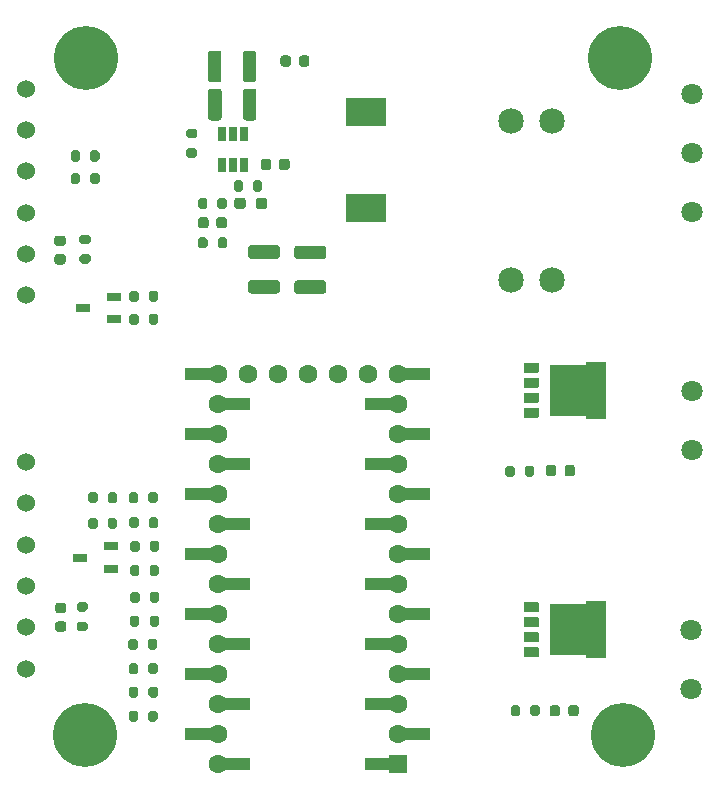
<source format=gbr>
%TF.GenerationSoftware,KiCad,Pcbnew,(5.1.9)-1*%
%TF.CreationDate,2021-12-25T23:37:10-05:00*%
%TF.ProjectId,4runner-seat-heat,3472756e-6e65-4722-9d73-6561742d6865,rev?*%
%TF.SameCoordinates,Original*%
%TF.FileFunction,Soldermask,Top*%
%TF.FilePolarity,Negative*%
%FSLAX46Y46*%
G04 Gerber Fmt 4.6, Leading zero omitted, Abs format (unit mm)*
G04 Created by KiCad (PCBNEW (5.1.9)-1) date 2021-12-25 23:37:10*
%MOMM*%
%LPD*%
G01*
G04 APERTURE LIST*
%ADD10R,2.286000X1.016000*%
%ADD11C,1.600000*%
%ADD12R,1.600000X1.600000*%
%ADD13C,1.800000*%
%ADD14C,5.410200*%
%ADD15C,2.159000*%
%ADD16C,1.524000*%
%ADD17R,0.650000X1.220000*%
%ADD18C,0.100000*%
%ADD19R,1.220000X0.650000*%
%ADD20R,3.400000X2.400000*%
G04 APERTURE END LIST*
D10*
%TO.C,U2*%
X41088900Y-31105000D03*
X37788900Y-33655000D03*
X37788900Y-53975000D03*
X41088900Y-36185000D03*
X37788900Y-64135000D03*
X37788900Y-48895000D03*
X41088900Y-61585000D03*
X41088900Y-51425000D03*
X41088900Y-41265000D03*
X37788900Y-38735000D03*
X37788900Y-43815000D03*
X37788900Y-59055000D03*
X41088900Y-46345000D03*
X41088900Y-56505000D03*
X25888900Y-33665000D03*
X25888900Y-38745000D03*
X25888900Y-43825000D03*
X25888900Y-48905000D03*
X25888900Y-53985000D03*
X25888900Y-59065000D03*
X22588900Y-31135000D03*
X22588900Y-36215000D03*
X22588900Y-41295000D03*
X22588900Y-46375000D03*
X22588900Y-51455000D03*
X22588900Y-56535000D03*
X22588900Y-61615000D03*
X25888900Y-64145000D03*
D11*
X31838900Y-31115000D03*
X29298900Y-31115000D03*
X26758900Y-31115000D03*
X24218900Y-31115000D03*
X34378900Y-31115000D03*
X36918900Y-31115000D03*
X39458900Y-31115000D03*
X24218900Y-33655000D03*
X24218900Y-36195000D03*
X24218900Y-38735000D03*
X24218900Y-41275000D03*
X24218900Y-43815000D03*
X24218900Y-46355000D03*
X24218900Y-48895000D03*
X24218900Y-51435000D03*
X24218900Y-53975000D03*
X24218900Y-56515000D03*
X24218900Y-59055000D03*
X24218900Y-61595000D03*
X24218900Y-64135000D03*
X39458900Y-33655000D03*
X39458900Y-36195000D03*
X39458900Y-38735000D03*
X39458900Y-41275000D03*
X39458900Y-43815000D03*
X39458900Y-46355000D03*
X39458900Y-48895000D03*
X39458900Y-51435000D03*
X39458900Y-53975000D03*
X39458900Y-56515000D03*
X39458900Y-59055000D03*
X39458900Y-61595000D03*
D12*
X39458900Y-64135000D03*
%TD*%
D13*
%TO.C,J10*%
X64338200Y-7449800D03*
X64338200Y-12449800D03*
X64338200Y-17449800D03*
%TD*%
%TO.C,Left-Heater*%
X64312800Y-52785000D03*
X64312800Y-57785000D03*
%TD*%
%TO.C,Right-Heater*%
X64338200Y-32592000D03*
X64338200Y-37592000D03*
%TD*%
D14*
%TO.C,REF\u002A\u002A*%
X58318400Y-4368800D03*
%TD*%
%TO.C,REF\u002A\u002A*%
X13030200Y-4368800D03*
%TD*%
%TO.C,REF\u002A\u002A*%
X58496200Y-61747400D03*
%TD*%
%TO.C,REF\u002A\u002A*%
X13004800Y-61747400D03*
%TD*%
%TO.C,C7*%
G36*
G01*
X28758000Y-13148500D02*
X28758000Y-13648500D01*
G75*
G02*
X28533000Y-13873500I-225000J0D01*
G01*
X28083000Y-13873500D01*
G75*
G02*
X27858000Y-13648500I0J225000D01*
G01*
X27858000Y-13148500D01*
G75*
G02*
X28083000Y-12923500I225000J0D01*
G01*
X28533000Y-12923500D01*
G75*
G02*
X28758000Y-13148500I0J-225000D01*
G01*
G37*
G36*
G01*
X30308000Y-13148500D02*
X30308000Y-13648500D01*
G75*
G02*
X30083000Y-13873500I-225000J0D01*
G01*
X29633000Y-13873500D01*
G75*
G02*
X29408000Y-13648500I0J225000D01*
G01*
X29408000Y-13148500D01*
G75*
G02*
X29633000Y-12923500I225000J0D01*
G01*
X30083000Y-12923500D01*
G75*
G02*
X30308000Y-13148500I0J-225000D01*
G01*
G37*
%TD*%
%TO.C,C8*%
G36*
G01*
X33154801Y-24363900D02*
X30954799Y-24363900D01*
G75*
G02*
X30704800Y-24113901I0J249999D01*
G01*
X30704800Y-23463899D01*
G75*
G02*
X30954799Y-23213900I249999J0D01*
G01*
X33154801Y-23213900D01*
G75*
G02*
X33404800Y-23463899I0J-249999D01*
G01*
X33404800Y-24113901D01*
G75*
G02*
X33154801Y-24363900I-249999J0D01*
G01*
G37*
G36*
G01*
X33154801Y-21413900D02*
X30954799Y-21413900D01*
G75*
G02*
X30704800Y-21163901I0J249999D01*
G01*
X30704800Y-20513899D01*
G75*
G02*
X30954799Y-20263900I249999J0D01*
G01*
X33154801Y-20263900D01*
G75*
G02*
X33404800Y-20513899I0J-249999D01*
G01*
X33404800Y-21163901D01*
G75*
G02*
X33154801Y-21413900I-249999J0D01*
G01*
G37*
%TD*%
%TO.C,C9*%
G36*
G01*
X29243201Y-21388500D02*
X27043199Y-21388500D01*
G75*
G02*
X26793200Y-21138501I0J249999D01*
G01*
X26793200Y-20488499D01*
G75*
G02*
X27043199Y-20238500I249999J0D01*
G01*
X29243201Y-20238500D01*
G75*
G02*
X29493200Y-20488499I0J-249999D01*
G01*
X29493200Y-21138501D01*
G75*
G02*
X29243201Y-21388500I-249999J0D01*
G01*
G37*
G36*
G01*
X29243201Y-24338500D02*
X27043199Y-24338500D01*
G75*
G02*
X26793200Y-24088501I0J249999D01*
G01*
X26793200Y-23438499D01*
G75*
G02*
X27043199Y-23188500I249999J0D01*
G01*
X29243201Y-23188500D01*
G75*
G02*
X29493200Y-23438499I0J-249999D01*
G01*
X29493200Y-24088501D01*
G75*
G02*
X29243201Y-24338500I-249999J0D01*
G01*
G37*
%TD*%
%TO.C,C10*%
G36*
G01*
X23400800Y-9431201D02*
X23400800Y-7231199D01*
G75*
G02*
X23650799Y-6981200I249999J0D01*
G01*
X24300801Y-6981200D01*
G75*
G02*
X24550800Y-7231199I0J-249999D01*
G01*
X24550800Y-9431201D01*
G75*
G02*
X24300801Y-9681200I-249999J0D01*
G01*
X23650799Y-9681200D01*
G75*
G02*
X23400800Y-9431201I0J249999D01*
G01*
G37*
G36*
G01*
X26350800Y-9431201D02*
X26350800Y-7231199D01*
G75*
G02*
X26600799Y-6981200I249999J0D01*
G01*
X27250801Y-6981200D01*
G75*
G02*
X27500800Y-7231199I0J-249999D01*
G01*
X27500800Y-9431201D01*
G75*
G02*
X27250801Y-9681200I-249999J0D01*
G01*
X26600799Y-9681200D01*
G75*
G02*
X26350800Y-9431201I0J249999D01*
G01*
G37*
%TD*%
%TO.C,C6*%
G36*
G01*
X26338100Y-6205401D02*
X26338100Y-4005399D01*
G75*
G02*
X26588099Y-3755400I249999J0D01*
G01*
X27238101Y-3755400D01*
G75*
G02*
X27488100Y-4005399I0J-249999D01*
G01*
X27488100Y-6205401D01*
G75*
G02*
X27238101Y-6455400I-249999J0D01*
G01*
X26588099Y-6455400D01*
G75*
G02*
X26338100Y-6205401I0J249999D01*
G01*
G37*
G36*
G01*
X23388100Y-6205401D02*
X23388100Y-4005399D01*
G75*
G02*
X23638099Y-3755400I249999J0D01*
G01*
X24288101Y-3755400D01*
G75*
G02*
X24538100Y-4005399I0J-249999D01*
G01*
X24538100Y-6205401D01*
G75*
G02*
X24288101Y-6455400I-249999J0D01*
G01*
X23638099Y-6455400D01*
G75*
G02*
X23388100Y-6205401I0J249999D01*
G01*
G37*
%TD*%
%TO.C,C12*%
G36*
G01*
X24999400Y-18088800D02*
X24999400Y-18588800D01*
G75*
G02*
X24774400Y-18813800I-225000J0D01*
G01*
X24324400Y-18813800D01*
G75*
G02*
X24099400Y-18588800I0J225000D01*
G01*
X24099400Y-18088800D01*
G75*
G02*
X24324400Y-17863800I225000J0D01*
G01*
X24774400Y-17863800D01*
G75*
G02*
X24999400Y-18088800I0J-225000D01*
G01*
G37*
G36*
G01*
X23449400Y-18088800D02*
X23449400Y-18588800D01*
G75*
G02*
X23224400Y-18813800I-225000J0D01*
G01*
X22774400Y-18813800D01*
G75*
G02*
X22549400Y-18588800I0J225000D01*
G01*
X22549400Y-18088800D01*
G75*
G02*
X22774400Y-17863800I225000J0D01*
G01*
X23224400Y-17863800D01*
G75*
G02*
X23449400Y-18088800I0J-225000D01*
G01*
G37*
%TD*%
D15*
%TO.C,F1*%
X52489100Y-9690100D03*
X52489100Y-23152100D03*
X49085500Y-9690100D03*
X49085500Y-23152100D03*
%TD*%
%TO.C,F2*%
G36*
G01*
X29534400Y-4904450D02*
X29534400Y-4391950D01*
G75*
G02*
X29753150Y-4173200I218750J0D01*
G01*
X30190650Y-4173200D01*
G75*
G02*
X30409400Y-4391950I0J-218750D01*
G01*
X30409400Y-4904450D01*
G75*
G02*
X30190650Y-5123200I-218750J0D01*
G01*
X29753150Y-5123200D01*
G75*
G02*
X29534400Y-4904450I0J218750D01*
G01*
G37*
G36*
G01*
X31109400Y-4904450D02*
X31109400Y-4391950D01*
G75*
G02*
X31328150Y-4173200I218750J0D01*
G01*
X31765650Y-4173200D01*
G75*
G02*
X31984400Y-4391950I0J-218750D01*
G01*
X31984400Y-4904450D01*
G75*
G02*
X31765650Y-5123200I-218750J0D01*
G01*
X31328150Y-5123200D01*
G75*
G02*
X31109400Y-4904450I0J218750D01*
G01*
G37*
%TD*%
D16*
%TO.C,Right Switch*%
X8001000Y-24485000D03*
X8001000Y-20985000D03*
X8001000Y-17485000D03*
X8001000Y-13985000D03*
X8001000Y-10485000D03*
X8001000Y-6985000D03*
%TD*%
%TO.C,Left Switch*%
X8001000Y-38582600D03*
X8001000Y-42082600D03*
X8001000Y-45582600D03*
X8001000Y-49082600D03*
X8001000Y-52582600D03*
X8001000Y-56082600D03*
%TD*%
%TO.C,R1*%
G36*
G01*
X17507400Y-57802100D02*
X17507400Y-58352100D01*
G75*
G02*
X17307400Y-58552100I-200000J0D01*
G01*
X16907400Y-58552100D01*
G75*
G02*
X16707400Y-58352100I0J200000D01*
G01*
X16707400Y-57802100D01*
G75*
G02*
X16907400Y-57602100I200000J0D01*
G01*
X17307400Y-57602100D01*
G75*
G02*
X17507400Y-57802100I0J-200000D01*
G01*
G37*
G36*
G01*
X19157400Y-57802100D02*
X19157400Y-58352100D01*
G75*
G02*
X18957400Y-58552100I-200000J0D01*
G01*
X18557400Y-58552100D01*
G75*
G02*
X18357400Y-58352100I0J200000D01*
G01*
X18357400Y-57802100D01*
G75*
G02*
X18557400Y-57602100I200000J0D01*
G01*
X18957400Y-57602100D01*
G75*
G02*
X19157400Y-57802100I0J-200000D01*
G01*
G37*
%TD*%
%TO.C,R3*%
G36*
G01*
X51478900Y-59389600D02*
X51478900Y-59939600D01*
G75*
G02*
X51278900Y-60139600I-200000J0D01*
G01*
X50878900Y-60139600D01*
G75*
G02*
X50678900Y-59939600I0J200000D01*
G01*
X50678900Y-59389600D01*
G75*
G02*
X50878900Y-59189600I200000J0D01*
G01*
X51278900Y-59189600D01*
G75*
G02*
X51478900Y-59389600I0J-200000D01*
G01*
G37*
G36*
G01*
X49828900Y-59389600D02*
X49828900Y-59939600D01*
G75*
G02*
X49628900Y-60139600I-200000J0D01*
G01*
X49228900Y-60139600D01*
G75*
G02*
X49028900Y-59939600I0J200000D01*
G01*
X49028900Y-59389600D01*
G75*
G02*
X49228900Y-59189600I200000J0D01*
G01*
X49628900Y-59189600D01*
G75*
G02*
X49828900Y-59389600I0J-200000D01*
G01*
G37*
%TD*%
%TO.C,R2*%
G36*
G01*
X18332000Y-60384100D02*
X18332000Y-59834100D01*
G75*
G02*
X18532000Y-59634100I200000J0D01*
G01*
X18932000Y-59634100D01*
G75*
G02*
X19132000Y-59834100I0J-200000D01*
G01*
X19132000Y-60384100D01*
G75*
G02*
X18932000Y-60584100I-200000J0D01*
G01*
X18532000Y-60584100D01*
G75*
G02*
X18332000Y-60384100I0J200000D01*
G01*
G37*
G36*
G01*
X16682000Y-60384100D02*
X16682000Y-59834100D01*
G75*
G02*
X16882000Y-59634100I200000J0D01*
G01*
X17282000Y-59634100D01*
G75*
G02*
X17482000Y-59834100I0J-200000D01*
G01*
X17482000Y-60384100D01*
G75*
G02*
X17282000Y-60584100I-200000J0D01*
G01*
X16882000Y-60584100D01*
G75*
G02*
X16682000Y-60384100I0J200000D01*
G01*
G37*
%TD*%
%TO.C,R9*%
G36*
G01*
X14229800Y-14317300D02*
X14229800Y-14867300D01*
G75*
G02*
X14029800Y-15067300I-200000J0D01*
G01*
X13629800Y-15067300D01*
G75*
G02*
X13429800Y-14867300I0J200000D01*
G01*
X13429800Y-14317300D01*
G75*
G02*
X13629800Y-14117300I200000J0D01*
G01*
X14029800Y-14117300D01*
G75*
G02*
X14229800Y-14317300I0J-200000D01*
G01*
G37*
G36*
G01*
X12579800Y-14317300D02*
X12579800Y-14867300D01*
G75*
G02*
X12379800Y-15067300I-200000J0D01*
G01*
X11979800Y-15067300D01*
G75*
G02*
X11779800Y-14867300I0J200000D01*
G01*
X11779800Y-14317300D01*
G75*
G02*
X11979800Y-14117300I200000J0D01*
G01*
X12379800Y-14117300D01*
G75*
G02*
X12579800Y-14317300I0J-200000D01*
G01*
G37*
%TD*%
%TO.C,R12*%
G36*
G01*
X12567100Y-12412300D02*
X12567100Y-12962300D01*
G75*
G02*
X12367100Y-13162300I-200000J0D01*
G01*
X11967100Y-13162300D01*
G75*
G02*
X11767100Y-12962300I0J200000D01*
G01*
X11767100Y-12412300D01*
G75*
G02*
X11967100Y-12212300I200000J0D01*
G01*
X12367100Y-12212300D01*
G75*
G02*
X12567100Y-12412300I0J-200000D01*
G01*
G37*
G36*
G01*
X14217100Y-12412300D02*
X14217100Y-12962300D01*
G75*
G02*
X14017100Y-13162300I-200000J0D01*
G01*
X13617100Y-13162300D01*
G75*
G02*
X13417100Y-12962300I0J200000D01*
G01*
X13417100Y-12412300D01*
G75*
G02*
X13617100Y-12212300I200000J0D01*
G01*
X14017100Y-12212300D01*
G75*
G02*
X14217100Y-12412300I0J-200000D01*
G01*
G37*
%TD*%
%TO.C,R4*%
G36*
G01*
X16796300Y-52345000D02*
X16796300Y-51795000D01*
G75*
G02*
X16996300Y-51595000I200000J0D01*
G01*
X17396300Y-51595000D01*
G75*
G02*
X17596300Y-51795000I0J-200000D01*
G01*
X17596300Y-52345000D01*
G75*
G02*
X17396300Y-52545000I-200000J0D01*
G01*
X16996300Y-52545000D01*
G75*
G02*
X16796300Y-52345000I0J200000D01*
G01*
G37*
G36*
G01*
X18446300Y-52345000D02*
X18446300Y-51795000D01*
G75*
G02*
X18646300Y-51595000I200000J0D01*
G01*
X19046300Y-51595000D01*
G75*
G02*
X19246300Y-51795000I0J-200000D01*
G01*
X19246300Y-52345000D01*
G75*
G02*
X19046300Y-52545000I-200000J0D01*
G01*
X18646300Y-52545000D01*
G75*
G02*
X18446300Y-52345000I0J200000D01*
G01*
G37*
%TD*%
%TO.C,R7*%
G36*
G01*
X49371700Y-39107700D02*
X49371700Y-39657700D01*
G75*
G02*
X49171700Y-39857700I-200000J0D01*
G01*
X48771700Y-39857700D01*
G75*
G02*
X48571700Y-39657700I0J200000D01*
G01*
X48571700Y-39107700D01*
G75*
G02*
X48771700Y-38907700I200000J0D01*
G01*
X49171700Y-38907700D01*
G75*
G02*
X49371700Y-39107700I0J-200000D01*
G01*
G37*
G36*
G01*
X51021700Y-39107700D02*
X51021700Y-39657700D01*
G75*
G02*
X50821700Y-39857700I-200000J0D01*
G01*
X50421700Y-39857700D01*
G75*
G02*
X50221700Y-39657700I0J200000D01*
G01*
X50221700Y-39107700D01*
G75*
G02*
X50421700Y-38907700I200000J0D01*
G01*
X50821700Y-38907700D01*
G75*
G02*
X51021700Y-39107700I0J-200000D01*
G01*
G37*
%TD*%
%TO.C,R5*%
G36*
G01*
X16821700Y-50325700D02*
X16821700Y-49775700D01*
G75*
G02*
X17021700Y-49575700I200000J0D01*
G01*
X17421700Y-49575700D01*
G75*
G02*
X17621700Y-49775700I0J-200000D01*
G01*
X17621700Y-50325700D01*
G75*
G02*
X17421700Y-50525700I-200000J0D01*
G01*
X17021700Y-50525700D01*
G75*
G02*
X16821700Y-50325700I0J200000D01*
G01*
G37*
G36*
G01*
X18471700Y-50325700D02*
X18471700Y-49775700D01*
G75*
G02*
X18671700Y-49575700I200000J0D01*
G01*
X19071700Y-49575700D01*
G75*
G02*
X19271700Y-49775700I0J-200000D01*
G01*
X19271700Y-50325700D01*
G75*
G02*
X19071700Y-50525700I-200000J0D01*
G01*
X18671700Y-50525700D01*
G75*
G02*
X18471700Y-50325700I0J200000D01*
G01*
G37*
%TD*%
%TO.C,R6*%
G36*
G01*
X14078400Y-41342900D02*
X14078400Y-41892900D01*
G75*
G02*
X13878400Y-42092900I-200000J0D01*
G01*
X13478400Y-42092900D01*
G75*
G02*
X13278400Y-41892900I0J200000D01*
G01*
X13278400Y-41342900D01*
G75*
G02*
X13478400Y-41142900I200000J0D01*
G01*
X13878400Y-41142900D01*
G75*
G02*
X14078400Y-41342900I0J-200000D01*
G01*
G37*
G36*
G01*
X15728400Y-41342900D02*
X15728400Y-41892900D01*
G75*
G02*
X15528400Y-42092900I-200000J0D01*
G01*
X15128400Y-42092900D01*
G75*
G02*
X14928400Y-41892900I0J200000D01*
G01*
X14928400Y-41342900D01*
G75*
G02*
X15128400Y-41142900I200000J0D01*
G01*
X15528400Y-41142900D01*
G75*
G02*
X15728400Y-41342900I0J-200000D01*
G01*
G37*
%TD*%
%TO.C,R8*%
G36*
G01*
X15703000Y-43514600D02*
X15703000Y-44064600D01*
G75*
G02*
X15503000Y-44264600I-200000J0D01*
G01*
X15103000Y-44264600D01*
G75*
G02*
X14903000Y-44064600I0J200000D01*
G01*
X14903000Y-43514600D01*
G75*
G02*
X15103000Y-43314600I200000J0D01*
G01*
X15503000Y-43314600D01*
G75*
G02*
X15703000Y-43514600I0J-200000D01*
G01*
G37*
G36*
G01*
X14053000Y-43514600D02*
X14053000Y-44064600D01*
G75*
G02*
X13853000Y-44264600I-200000J0D01*
G01*
X13453000Y-44264600D01*
G75*
G02*
X13253000Y-44064600I0J200000D01*
G01*
X13253000Y-43514600D01*
G75*
G02*
X13453000Y-43314600I200000J0D01*
G01*
X13853000Y-43314600D01*
G75*
G02*
X14053000Y-43514600I0J-200000D01*
G01*
G37*
%TD*%
%TO.C,R11*%
G36*
G01*
X16745500Y-26779900D02*
X16745500Y-26229900D01*
G75*
G02*
X16945500Y-26029900I200000J0D01*
G01*
X17345500Y-26029900D01*
G75*
G02*
X17545500Y-26229900I0J-200000D01*
G01*
X17545500Y-26779900D01*
G75*
G02*
X17345500Y-26979900I-200000J0D01*
G01*
X16945500Y-26979900D01*
G75*
G02*
X16745500Y-26779900I0J200000D01*
G01*
G37*
G36*
G01*
X18395500Y-26779900D02*
X18395500Y-26229900D01*
G75*
G02*
X18595500Y-26029900I200000J0D01*
G01*
X18995500Y-26029900D01*
G75*
G02*
X19195500Y-26229900I0J-200000D01*
G01*
X19195500Y-26779900D01*
G75*
G02*
X18995500Y-26979900I-200000J0D01*
G01*
X18595500Y-26979900D01*
G75*
G02*
X18395500Y-26779900I0J200000D01*
G01*
G37*
%TD*%
%TO.C,R10*%
G36*
G01*
X18446300Y-48065100D02*
X18446300Y-47515100D01*
G75*
G02*
X18646300Y-47315100I200000J0D01*
G01*
X19046300Y-47315100D01*
G75*
G02*
X19246300Y-47515100I0J-200000D01*
G01*
X19246300Y-48065100D01*
G75*
G02*
X19046300Y-48265100I-200000J0D01*
G01*
X18646300Y-48265100D01*
G75*
G02*
X18446300Y-48065100I0J200000D01*
G01*
G37*
G36*
G01*
X16796300Y-48065100D02*
X16796300Y-47515100D01*
G75*
G02*
X16996300Y-47315100I200000J0D01*
G01*
X17396300Y-47315100D01*
G75*
G02*
X17596300Y-47515100I0J-200000D01*
G01*
X17596300Y-48065100D01*
G75*
G02*
X17396300Y-48265100I-200000J0D01*
G01*
X16996300Y-48265100D01*
G75*
G02*
X16796300Y-48065100I0J200000D01*
G01*
G37*
%TD*%
%TO.C,R16*%
G36*
G01*
X12717100Y-19349000D02*
X13267100Y-19349000D01*
G75*
G02*
X13467100Y-19549000I0J-200000D01*
G01*
X13467100Y-19949000D01*
G75*
G02*
X13267100Y-20149000I-200000J0D01*
G01*
X12717100Y-20149000D01*
G75*
G02*
X12517100Y-19949000I0J200000D01*
G01*
X12517100Y-19549000D01*
G75*
G02*
X12717100Y-19349000I200000J0D01*
G01*
G37*
G36*
G01*
X12717100Y-20999000D02*
X13267100Y-20999000D01*
G75*
G02*
X13467100Y-21199000I0J-200000D01*
G01*
X13467100Y-21599000D01*
G75*
G02*
X13267100Y-21799000I-200000J0D01*
G01*
X12717100Y-21799000D01*
G75*
G02*
X12517100Y-21599000I0J200000D01*
G01*
X12517100Y-21199000D01*
G75*
G02*
X12717100Y-20999000I200000J0D01*
G01*
G37*
%TD*%
%TO.C,R15*%
G36*
G01*
X12475800Y-52101300D02*
X13025800Y-52101300D01*
G75*
G02*
X13225800Y-52301300I0J-200000D01*
G01*
X13225800Y-52701300D01*
G75*
G02*
X13025800Y-52901300I-200000J0D01*
G01*
X12475800Y-52901300D01*
G75*
G02*
X12275800Y-52701300I0J200000D01*
G01*
X12275800Y-52301300D01*
G75*
G02*
X12475800Y-52101300I200000J0D01*
G01*
G37*
G36*
G01*
X12475800Y-50451300D02*
X13025800Y-50451300D01*
G75*
G02*
X13225800Y-50651300I0J-200000D01*
G01*
X13225800Y-51051300D01*
G75*
G02*
X13025800Y-51251300I-200000J0D01*
G01*
X12475800Y-51251300D01*
G75*
G02*
X12275800Y-51051300I0J200000D01*
G01*
X12275800Y-50651300D01*
G75*
G02*
X12475800Y-50451300I200000J0D01*
G01*
G37*
%TD*%
%TO.C,R14*%
G36*
G01*
X17545500Y-24286800D02*
X17545500Y-24836800D01*
G75*
G02*
X17345500Y-25036800I-200000J0D01*
G01*
X16945500Y-25036800D01*
G75*
G02*
X16745500Y-24836800I0J200000D01*
G01*
X16745500Y-24286800D01*
G75*
G02*
X16945500Y-24086800I200000J0D01*
G01*
X17345500Y-24086800D01*
G75*
G02*
X17545500Y-24286800I0J-200000D01*
G01*
G37*
G36*
G01*
X19195500Y-24286800D02*
X19195500Y-24836800D01*
G75*
G02*
X18995500Y-25036800I-200000J0D01*
G01*
X18595500Y-25036800D01*
G75*
G02*
X18395500Y-24836800I0J200000D01*
G01*
X18395500Y-24286800D01*
G75*
G02*
X18595500Y-24086800I200000J0D01*
G01*
X18995500Y-24086800D01*
G75*
G02*
X19195500Y-24286800I0J-200000D01*
G01*
G37*
%TD*%
%TO.C,R13*%
G36*
G01*
X17609000Y-45445000D02*
X17609000Y-45995000D01*
G75*
G02*
X17409000Y-46195000I-200000J0D01*
G01*
X17009000Y-46195000D01*
G75*
G02*
X16809000Y-45995000I0J200000D01*
G01*
X16809000Y-45445000D01*
G75*
G02*
X17009000Y-45245000I200000J0D01*
G01*
X17409000Y-45245000D01*
G75*
G02*
X17609000Y-45445000I0J-200000D01*
G01*
G37*
G36*
G01*
X19259000Y-45445000D02*
X19259000Y-45995000D01*
G75*
G02*
X19059000Y-46195000I-200000J0D01*
G01*
X18659000Y-46195000D01*
G75*
G02*
X18459000Y-45995000I0J200000D01*
G01*
X18459000Y-45445000D01*
G75*
G02*
X18659000Y-45245000I200000J0D01*
G01*
X19059000Y-45245000D01*
G75*
G02*
X19259000Y-45445000I0J-200000D01*
G01*
G37*
%TD*%
%TO.C,R34*%
G36*
G01*
X25012100Y-19765600D02*
X25012100Y-20315600D01*
G75*
G02*
X24812100Y-20515600I-200000J0D01*
G01*
X24412100Y-20515600D01*
G75*
G02*
X24212100Y-20315600I0J200000D01*
G01*
X24212100Y-19765600D01*
G75*
G02*
X24412100Y-19565600I200000J0D01*
G01*
X24812100Y-19565600D01*
G75*
G02*
X25012100Y-19765600I0J-200000D01*
G01*
G37*
G36*
G01*
X23362100Y-19765600D02*
X23362100Y-20315600D01*
G75*
G02*
X23162100Y-20515600I-200000J0D01*
G01*
X22762100Y-20515600D01*
G75*
G02*
X22562100Y-20315600I0J200000D01*
G01*
X22562100Y-19765600D01*
G75*
G02*
X22762100Y-19565600I200000J0D01*
G01*
X23162100Y-19565600D01*
G75*
G02*
X23362100Y-19765600I0J-200000D01*
G01*
G37*
%TD*%
%TO.C,R35*%
G36*
G01*
X21746800Y-10370100D02*
X22296800Y-10370100D01*
G75*
G02*
X22496800Y-10570100I0J-200000D01*
G01*
X22496800Y-10970100D01*
G75*
G02*
X22296800Y-11170100I-200000J0D01*
G01*
X21746800Y-11170100D01*
G75*
G02*
X21546800Y-10970100I0J200000D01*
G01*
X21546800Y-10570100D01*
G75*
G02*
X21746800Y-10370100I200000J0D01*
G01*
G37*
G36*
G01*
X21746800Y-12020100D02*
X22296800Y-12020100D01*
G75*
G02*
X22496800Y-12220100I0J-200000D01*
G01*
X22496800Y-12620100D01*
G75*
G02*
X22296800Y-12820100I-200000J0D01*
G01*
X21746800Y-12820100D01*
G75*
G02*
X21546800Y-12620100I0J200000D01*
G01*
X21546800Y-12220100D01*
G75*
G02*
X21746800Y-12020100I200000J0D01*
G01*
G37*
%TD*%
%TO.C,R36*%
G36*
G01*
X24199400Y-16988200D02*
X24199400Y-16438200D01*
G75*
G02*
X24399400Y-16238200I200000J0D01*
G01*
X24799400Y-16238200D01*
G75*
G02*
X24999400Y-16438200I0J-200000D01*
G01*
X24999400Y-16988200D01*
G75*
G02*
X24799400Y-17188200I-200000J0D01*
G01*
X24399400Y-17188200D01*
G75*
G02*
X24199400Y-16988200I0J200000D01*
G01*
G37*
G36*
G01*
X22549400Y-16988200D02*
X22549400Y-16438200D01*
G75*
G02*
X22749400Y-16238200I200000J0D01*
G01*
X23149400Y-16238200D01*
G75*
G02*
X23349400Y-16438200I0J-200000D01*
G01*
X23349400Y-16988200D01*
G75*
G02*
X23149400Y-17188200I-200000J0D01*
G01*
X22749400Y-17188200D01*
G75*
G02*
X22549400Y-16988200I0J200000D01*
G01*
G37*
%TD*%
%TO.C,R37*%
G36*
G01*
X27209300Y-15502300D02*
X27209300Y-14952300D01*
G75*
G02*
X27409300Y-14752300I200000J0D01*
G01*
X27809300Y-14752300D01*
G75*
G02*
X28009300Y-14952300I0J-200000D01*
G01*
X28009300Y-15502300D01*
G75*
G02*
X27809300Y-15702300I-200000J0D01*
G01*
X27409300Y-15702300D01*
G75*
G02*
X27209300Y-15502300I0J200000D01*
G01*
G37*
G36*
G01*
X25559300Y-15502300D02*
X25559300Y-14952300D01*
G75*
G02*
X25759300Y-14752300I200000J0D01*
G01*
X26159300Y-14752300D01*
G75*
G02*
X26359300Y-14952300I0J-200000D01*
G01*
X26359300Y-15502300D01*
G75*
G02*
X26159300Y-15702300I-200000J0D01*
G01*
X25759300Y-15702300D01*
G75*
G02*
X25559300Y-15502300I0J200000D01*
G01*
G37*
%TD*%
%TO.C,R38*%
G36*
G01*
X25625600Y-16938000D02*
X25625600Y-16463000D01*
G75*
G02*
X25863100Y-16225500I237500J0D01*
G01*
X26363100Y-16225500D01*
G75*
G02*
X26600600Y-16463000I0J-237500D01*
G01*
X26600600Y-16938000D01*
G75*
G02*
X26363100Y-17175500I-237500J0D01*
G01*
X25863100Y-17175500D01*
G75*
G02*
X25625600Y-16938000I0J237500D01*
G01*
G37*
G36*
G01*
X27450600Y-16938000D02*
X27450600Y-16463000D01*
G75*
G02*
X27688100Y-16225500I237500J0D01*
G01*
X28188100Y-16225500D01*
G75*
G02*
X28425600Y-16463000I0J-237500D01*
G01*
X28425600Y-16938000D01*
G75*
G02*
X28188100Y-17175500I-237500J0D01*
G01*
X27688100Y-17175500D01*
G75*
G02*
X27450600Y-16938000I0J237500D01*
G01*
G37*
%TD*%
%TO.C,R17*%
G36*
G01*
X19106600Y-53738100D02*
X19106600Y-54288100D01*
G75*
G02*
X18906600Y-54488100I-200000J0D01*
G01*
X18506600Y-54488100D01*
G75*
G02*
X18306600Y-54288100I0J200000D01*
G01*
X18306600Y-53738100D01*
G75*
G02*
X18506600Y-53538100I200000J0D01*
G01*
X18906600Y-53538100D01*
G75*
G02*
X19106600Y-53738100I0J-200000D01*
G01*
G37*
G36*
G01*
X17456600Y-53738100D02*
X17456600Y-54288100D01*
G75*
G02*
X17256600Y-54488100I-200000J0D01*
G01*
X16856600Y-54488100D01*
G75*
G02*
X16656600Y-54288100I0J200000D01*
G01*
X16656600Y-53738100D01*
G75*
G02*
X16856600Y-53538100I200000J0D01*
G01*
X17256600Y-53538100D01*
G75*
G02*
X17456600Y-53738100I0J-200000D01*
G01*
G37*
%TD*%
%TO.C,R19*%
G36*
G01*
X17482000Y-41342900D02*
X17482000Y-41892900D01*
G75*
G02*
X17282000Y-42092900I-200000J0D01*
G01*
X16882000Y-42092900D01*
G75*
G02*
X16682000Y-41892900I0J200000D01*
G01*
X16682000Y-41342900D01*
G75*
G02*
X16882000Y-41142900I200000J0D01*
G01*
X17282000Y-41142900D01*
G75*
G02*
X17482000Y-41342900I0J-200000D01*
G01*
G37*
G36*
G01*
X19132000Y-41342900D02*
X19132000Y-41892900D01*
G75*
G02*
X18932000Y-42092900I-200000J0D01*
G01*
X18532000Y-42092900D01*
G75*
G02*
X18332000Y-41892900I0J200000D01*
G01*
X18332000Y-41342900D01*
G75*
G02*
X18532000Y-41142900I200000J0D01*
G01*
X18932000Y-41142900D01*
G75*
G02*
X19132000Y-41342900I0J-200000D01*
G01*
G37*
%TD*%
%TO.C,R18*%
G36*
G01*
X19157400Y-55820900D02*
X19157400Y-56370900D01*
G75*
G02*
X18957400Y-56570900I-200000J0D01*
G01*
X18557400Y-56570900D01*
G75*
G02*
X18357400Y-56370900I0J200000D01*
G01*
X18357400Y-55820900D01*
G75*
G02*
X18557400Y-55620900I200000J0D01*
G01*
X18957400Y-55620900D01*
G75*
G02*
X19157400Y-55820900I0J-200000D01*
G01*
G37*
G36*
G01*
X17507400Y-55820900D02*
X17507400Y-56370900D01*
G75*
G02*
X17307400Y-56570900I-200000J0D01*
G01*
X16907400Y-56570900D01*
G75*
G02*
X16707400Y-56370900I0J200000D01*
G01*
X16707400Y-55820900D01*
G75*
G02*
X16907400Y-55620900I200000J0D01*
G01*
X17307400Y-55620900D01*
G75*
G02*
X17507400Y-55820900I0J-200000D01*
G01*
G37*
%TD*%
%TO.C,R20*%
G36*
G01*
X16732800Y-44001100D02*
X16732800Y-43451100D01*
G75*
G02*
X16932800Y-43251100I200000J0D01*
G01*
X17332800Y-43251100D01*
G75*
G02*
X17532800Y-43451100I0J-200000D01*
G01*
X17532800Y-44001100D01*
G75*
G02*
X17332800Y-44201100I-200000J0D01*
G01*
X16932800Y-44201100D01*
G75*
G02*
X16732800Y-44001100I0J200000D01*
G01*
G37*
G36*
G01*
X18382800Y-44001100D02*
X18382800Y-43451100D01*
G75*
G02*
X18582800Y-43251100I200000J0D01*
G01*
X18982800Y-43251100D01*
G75*
G02*
X19182800Y-43451100I0J-200000D01*
G01*
X19182800Y-44001100D01*
G75*
G02*
X18982800Y-44201100I-200000J0D01*
G01*
X18582800Y-44201100D01*
G75*
G02*
X18382800Y-44001100I0J200000D01*
G01*
G37*
%TD*%
D17*
%TO.C,U1*%
X25512800Y-10793100D03*
X26462800Y-10793100D03*
X26462800Y-13413100D03*
X24562800Y-10793100D03*
X25512800Y-13413100D03*
X24562800Y-13413100D03*
%TD*%
%TO.C,LeftHeatLED*%
G36*
G01*
X53205900Y-59408350D02*
X53205900Y-59920850D01*
G75*
G02*
X52987150Y-60139600I-218750J0D01*
G01*
X52549650Y-60139600D01*
G75*
G02*
X52330900Y-59920850I0J218750D01*
G01*
X52330900Y-59408350D01*
G75*
G02*
X52549650Y-59189600I218750J0D01*
G01*
X52987150Y-59189600D01*
G75*
G02*
X53205900Y-59408350I0J-218750D01*
G01*
G37*
G36*
G01*
X54780900Y-59408350D02*
X54780900Y-59920850D01*
G75*
G02*
X54562150Y-60139600I-218750J0D01*
G01*
X54124650Y-60139600D01*
G75*
G02*
X53905900Y-59920850I0J218750D01*
G01*
X53905900Y-59408350D01*
G75*
G02*
X54124650Y-59189600I218750J0D01*
G01*
X54562150Y-59189600D01*
G75*
G02*
X54780900Y-59408350I0J-218750D01*
G01*
G37*
%TD*%
%TO.C,RightHeatLED*%
G36*
G01*
X54463400Y-39062950D02*
X54463400Y-39575450D01*
G75*
G02*
X54244650Y-39794200I-218750J0D01*
G01*
X53807150Y-39794200D01*
G75*
G02*
X53588400Y-39575450I0J218750D01*
G01*
X53588400Y-39062950D01*
G75*
G02*
X53807150Y-38844200I218750J0D01*
G01*
X54244650Y-38844200D01*
G75*
G02*
X54463400Y-39062950I0J-218750D01*
G01*
G37*
G36*
G01*
X52888400Y-39062950D02*
X52888400Y-39575450D01*
G75*
G02*
X52669650Y-39794200I-218750J0D01*
G01*
X52232150Y-39794200D01*
G75*
G02*
X52013400Y-39575450I0J218750D01*
G01*
X52013400Y-39062950D01*
G75*
G02*
X52232150Y-38844200I218750J0D01*
G01*
X52669650Y-38844200D01*
G75*
G02*
X52888400Y-39062950I0J-218750D01*
G01*
G37*
%TD*%
%TO.C,RightIllumLED*%
G36*
G01*
X11127450Y-21875200D02*
X10614950Y-21875200D01*
G75*
G02*
X10396200Y-21656450I0J218750D01*
G01*
X10396200Y-21218950D01*
G75*
G02*
X10614950Y-21000200I218750J0D01*
G01*
X11127450Y-21000200D01*
G75*
G02*
X11346200Y-21218950I0J-218750D01*
G01*
X11346200Y-21656450D01*
G75*
G02*
X11127450Y-21875200I-218750J0D01*
G01*
G37*
G36*
G01*
X11127450Y-20300200D02*
X10614950Y-20300200D01*
G75*
G02*
X10396200Y-20081450I0J218750D01*
G01*
X10396200Y-19643950D01*
G75*
G02*
X10614950Y-19425200I218750J0D01*
G01*
X11127450Y-19425200D01*
G75*
G02*
X11346200Y-19643950I0J-218750D01*
G01*
X11346200Y-20081450D01*
G75*
G02*
X11127450Y-20300200I-218750J0D01*
G01*
G37*
%TD*%
%TO.C,LeftIllumLED*%
G36*
G01*
X11190950Y-51389800D02*
X10678450Y-51389800D01*
G75*
G02*
X10459700Y-51171050I0J218750D01*
G01*
X10459700Y-50733550D01*
G75*
G02*
X10678450Y-50514800I218750J0D01*
G01*
X11190950Y-50514800D01*
G75*
G02*
X11409700Y-50733550I0J-218750D01*
G01*
X11409700Y-51171050D01*
G75*
G02*
X11190950Y-51389800I-218750J0D01*
G01*
G37*
G36*
G01*
X11190950Y-52964800D02*
X10678450Y-52964800D01*
G75*
G02*
X10459700Y-52746050I0J218750D01*
G01*
X10459700Y-52308550D01*
G75*
G02*
X10678450Y-52089800I218750J0D01*
G01*
X11190950Y-52089800D01*
G75*
G02*
X11409700Y-52308550I0J-218750D01*
G01*
X11409700Y-52746050D01*
G75*
G02*
X11190950Y-52964800I-218750J0D01*
G01*
G37*
%TD*%
D18*
%TO.C,Q1*%
G36*
X57031956Y-50366345D02*
G01*
X57045088Y-50370328D01*
X57057190Y-50376797D01*
X57067797Y-50385503D01*
X57076503Y-50396110D01*
X57082972Y-50408212D01*
X57086955Y-50421344D01*
X57088300Y-50435000D01*
X57088300Y-55135000D01*
X57086955Y-55148656D01*
X57082972Y-55161788D01*
X57076503Y-55173890D01*
X57067797Y-55184497D01*
X57057190Y-55193203D01*
X57045088Y-55199672D01*
X57031956Y-55203655D01*
X57018300Y-55205000D01*
X55468300Y-55205000D01*
X55454644Y-55203655D01*
X55441512Y-55199672D01*
X55429410Y-55193203D01*
X55418803Y-55184497D01*
X55410097Y-55173890D01*
X55403628Y-55161788D01*
X55399645Y-55148656D01*
X55398300Y-55135000D01*
X55398300Y-54955000D01*
X52393300Y-54955000D01*
X52379644Y-54953655D01*
X52366512Y-54949672D01*
X52354410Y-54943203D01*
X52343803Y-54934497D01*
X52335097Y-54923890D01*
X52328628Y-54911788D01*
X52324645Y-54898656D01*
X52323300Y-54885000D01*
X52323300Y-50685000D01*
X52324645Y-50671344D01*
X52328628Y-50658212D01*
X52335097Y-50646110D01*
X52343803Y-50635503D01*
X52354410Y-50626797D01*
X52366512Y-50620328D01*
X52379644Y-50616345D01*
X52393300Y-50615000D01*
X55398300Y-50615000D01*
X55398300Y-50435000D01*
X55399645Y-50421344D01*
X55403628Y-50408212D01*
X55410097Y-50396110D01*
X55418803Y-50385503D01*
X55429410Y-50376797D01*
X55441512Y-50370328D01*
X55454644Y-50366345D01*
X55468300Y-50365000D01*
X57018300Y-50365000D01*
X57031956Y-50366345D01*
G37*
G36*
G01*
X50198300Y-51725000D02*
X51348300Y-51725000D01*
G75*
G02*
X51418300Y-51795000I0J-70000D01*
G01*
X51418300Y-52495000D01*
G75*
G02*
X51348300Y-52565000I-70000J0D01*
G01*
X50198300Y-52565000D01*
G75*
G02*
X50128300Y-52495000I0J70000D01*
G01*
X50128300Y-51795000D01*
G75*
G02*
X50198300Y-51725000I70000J0D01*
G01*
G37*
G36*
G01*
X50198300Y-54275000D02*
X51348300Y-54275000D01*
G75*
G02*
X51418300Y-54345000I0J-70000D01*
G01*
X51418300Y-55045000D01*
G75*
G02*
X51348300Y-55115000I-70000J0D01*
G01*
X50198300Y-55115000D01*
G75*
G02*
X50128300Y-55045000I0J70000D01*
G01*
X50128300Y-54345000D01*
G75*
G02*
X50198300Y-54275000I70000J0D01*
G01*
G37*
G36*
G01*
X50198300Y-50455000D02*
X51348300Y-50455000D01*
G75*
G02*
X51418300Y-50525000I0J-70000D01*
G01*
X51418300Y-51225000D01*
G75*
G02*
X51348300Y-51295000I-70000J0D01*
G01*
X50198300Y-51295000D01*
G75*
G02*
X50128300Y-51225000I0J70000D01*
G01*
X50128300Y-50525000D01*
G75*
G02*
X50198300Y-50455000I70000J0D01*
G01*
G37*
G36*
G01*
X50198300Y-53005000D02*
X51348300Y-53005000D01*
G75*
G02*
X51418300Y-53075000I0J-70000D01*
G01*
X51418300Y-53775000D01*
G75*
G02*
X51348300Y-53845000I-70000J0D01*
G01*
X50198300Y-53845000D01*
G75*
G02*
X50128300Y-53775000I0J70000D01*
G01*
X50128300Y-53075000D01*
G75*
G02*
X50198300Y-53005000I70000J0D01*
G01*
G37*
%TD*%
%TO.C,Q2*%
G36*
G01*
X50198300Y-32744700D02*
X51348300Y-32744700D01*
G75*
G02*
X51418300Y-32814700I0J-70000D01*
G01*
X51418300Y-33514700D01*
G75*
G02*
X51348300Y-33584700I-70000J0D01*
G01*
X50198300Y-33584700D01*
G75*
G02*
X50128300Y-33514700I0J70000D01*
G01*
X50128300Y-32814700D01*
G75*
G02*
X50198300Y-32744700I70000J0D01*
G01*
G37*
G36*
G01*
X50198300Y-30194700D02*
X51348300Y-30194700D01*
G75*
G02*
X51418300Y-30264700I0J-70000D01*
G01*
X51418300Y-30964700D01*
G75*
G02*
X51348300Y-31034700I-70000J0D01*
G01*
X50198300Y-31034700D01*
G75*
G02*
X50128300Y-30964700I0J70000D01*
G01*
X50128300Y-30264700D01*
G75*
G02*
X50198300Y-30194700I70000J0D01*
G01*
G37*
G36*
G01*
X50198300Y-34014700D02*
X51348300Y-34014700D01*
G75*
G02*
X51418300Y-34084700I0J-70000D01*
G01*
X51418300Y-34784700D01*
G75*
G02*
X51348300Y-34854700I-70000J0D01*
G01*
X50198300Y-34854700D01*
G75*
G02*
X50128300Y-34784700I0J70000D01*
G01*
X50128300Y-34084700D01*
G75*
G02*
X50198300Y-34014700I70000J0D01*
G01*
G37*
G36*
G01*
X50198300Y-31464700D02*
X51348300Y-31464700D01*
G75*
G02*
X51418300Y-31534700I0J-70000D01*
G01*
X51418300Y-32234700D01*
G75*
G02*
X51348300Y-32304700I-70000J0D01*
G01*
X50198300Y-32304700D01*
G75*
G02*
X50128300Y-32234700I0J70000D01*
G01*
X50128300Y-31534700D01*
G75*
G02*
X50198300Y-31464700I70000J0D01*
G01*
G37*
G36*
X57031956Y-30106045D02*
G01*
X57045088Y-30110028D01*
X57057190Y-30116497D01*
X57067797Y-30125203D01*
X57076503Y-30135810D01*
X57082972Y-30147912D01*
X57086955Y-30161044D01*
X57088300Y-30174700D01*
X57088300Y-34874700D01*
X57086955Y-34888356D01*
X57082972Y-34901488D01*
X57076503Y-34913590D01*
X57067797Y-34924197D01*
X57057190Y-34932903D01*
X57045088Y-34939372D01*
X57031956Y-34943355D01*
X57018300Y-34944700D01*
X55468300Y-34944700D01*
X55454644Y-34943355D01*
X55441512Y-34939372D01*
X55429410Y-34932903D01*
X55418803Y-34924197D01*
X55410097Y-34913590D01*
X55403628Y-34901488D01*
X55399645Y-34888356D01*
X55398300Y-34874700D01*
X55398300Y-34694700D01*
X52393300Y-34694700D01*
X52379644Y-34693355D01*
X52366512Y-34689372D01*
X52354410Y-34682903D01*
X52343803Y-34674197D01*
X52335097Y-34663590D01*
X52328628Y-34651488D01*
X52324645Y-34638356D01*
X52323300Y-34624700D01*
X52323300Y-30424700D01*
X52324645Y-30411044D01*
X52328628Y-30397912D01*
X52335097Y-30385810D01*
X52343803Y-30375203D01*
X52354410Y-30366497D01*
X52366512Y-30360028D01*
X52379644Y-30356045D01*
X52393300Y-30354700D01*
X55398300Y-30354700D01*
X55398300Y-30174700D01*
X55399645Y-30161044D01*
X55403628Y-30147912D01*
X55410097Y-30135810D01*
X55418803Y-30125203D01*
X55429410Y-30116497D01*
X55441512Y-30110028D01*
X55454644Y-30106045D01*
X55468300Y-30104700D01*
X57018300Y-30104700D01*
X57031956Y-30106045D01*
G37*
%TD*%
D19*
%TO.C,Q4*%
X15419700Y-24615100D03*
X15419700Y-26515100D03*
X12799700Y-25565100D03*
%TD*%
%TO.C,Q3*%
X12558400Y-46685200D03*
X15178400Y-47635200D03*
X15178400Y-45735200D03*
%TD*%
D20*
%TO.C,L1*%
X36791900Y-8917500D03*
X36791900Y-17117500D03*
%TD*%
M02*

</source>
